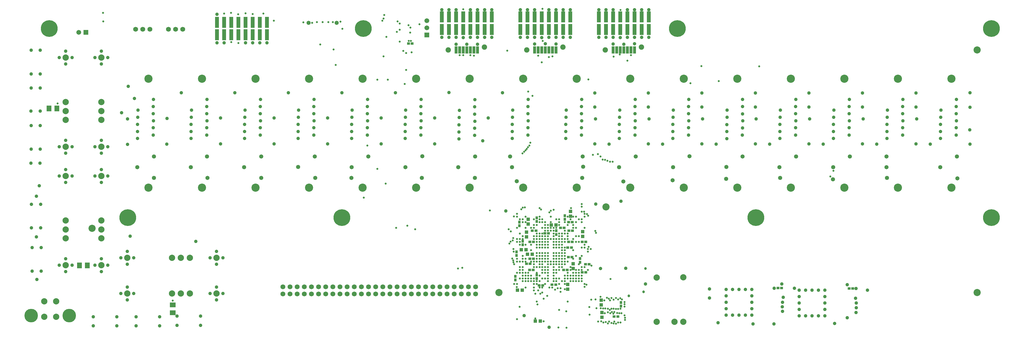
<source format=gbs>
%FSLAX24Y24*%
%MOIN*%
G70*
G01*
G75*
G04 Layer_Color=16711935*
G04 Layer_Color=16711935*
%ADD10O,0.0394X0.1083*%
%ADD11R,0.0394X0.1083*%
%ADD12R,0.0945X0.1024*%
%ADD13R,0.0630X0.0709*%
%ADD14R,0.0374X0.0335*%
%ADD15R,0.0374X0.0335*%
%ADD16C,0.0197*%
%ADD17R,0.0610X0.0197*%
%ADD18R,0.0610X0.0197*%
%ADD19R,0.0197X0.0610*%
%ADD20R,0.0394X0.0433*%
%ADD21R,0.1024X0.0945*%
%ADD22R,0.3000X0.2900*%
%ADD23R,0.1500X0.0500*%
%ADD24R,0.1102X0.1024*%
%ADD25R,0.0394X0.1496*%
%ADD26R,0.1496X0.0394*%
%ADD27R,0.1575X0.0335*%
%ADD28R,0.0551X0.0787*%
%ADD29R,0.0630X0.0512*%
%ADD30C,0.0130*%
%ADD31R,0.0709X0.0630*%
%ADD32R,0.0571X0.0197*%
%ADD33C,0.0400*%
%ADD34R,0.0276X0.0354*%
%ADD35C,0.0060*%
%ADD36C,0.0160*%
%ADD37C,0.0110*%
%ADD38C,0.0080*%
%ADD39C,0.0200*%
%ADD40C,0.0100*%
%ADD41C,0.0300*%
%ADD42C,0.0180*%
%ADD43C,0.0240*%
%ADD44C,0.0120*%
%ADD45C,0.0500*%
%ADD46C,0.0591*%
%ADD47R,0.0591X0.0591*%
%ADD48C,0.1750*%
%ADD49C,0.0669*%
%ADD50C,0.1063*%
%ADD51C,0.0800*%
%ADD52C,0.1300*%
%ADD53C,0.0600*%
%ADD54C,0.0200*%
%ADD55C,0.0300*%
%ADD56R,0.0354X0.0276*%
%ADD57R,0.0500X0.1449*%
%ADD58R,0.0433X0.0394*%
%ADD59R,0.0354X0.0945*%
%ADD60C,0.0098*%
%ADD61C,0.0039*%
%ADD62C,0.0079*%
%ADD63C,0.0040*%
%ADD64C,0.0070*%
%ADD65C,0.0150*%
%ADD66C,0.0600*%
%ADD67C,0.0090*%
%ADD68C,0.0025*%
%ADD69O,0.0474X0.1163*%
%ADD70R,0.0474X0.1163*%
%ADD71R,0.1025X0.1104*%
%ADD72R,0.0710X0.0789*%
%ADD73R,0.0454X0.0415*%
%ADD74R,0.0454X0.0415*%
%ADD75C,0.0277*%
%ADD76R,0.0690X0.0277*%
%ADD77R,0.0690X0.0277*%
%ADD78R,0.0277X0.0690*%
%ADD79R,0.0474X0.0513*%
%ADD80R,0.1104X0.1025*%
%ADD81R,0.3080X0.2980*%
%ADD82R,0.1580X0.0580*%
%ADD83R,0.1182X0.1104*%
%ADD84R,0.0474X0.1576*%
%ADD85R,0.1576X0.0474*%
%ADD86R,0.1655X0.0415*%
%ADD87R,0.0631X0.0867*%
%ADD88R,0.0710X0.0592*%
%ADD89C,0.0248*%
%ADD90R,0.0789X0.0710*%
%ADD91R,0.0651X0.0277*%
%ADD92C,0.1000*%
%ADD93R,0.0356X0.0434*%
%ADD94C,0.0580*%
%ADD95C,0.0671*%
%ADD96R,0.0671X0.0671*%
%ADD97C,0.2350*%
%ADD98C,0.0749*%
%ADD99C,0.1143*%
%ADD100C,0.0880*%
%ADD101C,0.1900*%
%ADD102C,0.0680*%
%ADD103C,0.0280*%
%ADD104C,0.0380*%
%ADD105C,0.0480*%
%ADD106R,0.0434X0.0356*%
%ADD107R,0.0580X0.1529*%
%ADD108R,0.0513X0.0474*%
%ADD109R,0.0434X0.1025*%
D72*
X29249Y40800D02*
D03*
X30351D02*
D03*
X24980Y62800D02*
D03*
X26082D02*
D03*
D79*
X102362Y35256D02*
D03*
Y35925D02*
D03*
X102441Y34193D02*
D03*
Y33524D02*
D03*
X97638Y37461D02*
D03*
Y38130D02*
D03*
X98425Y41043D02*
D03*
Y40374D02*
D03*
X92126Y46594D02*
D03*
Y47264D02*
D03*
X91890Y44783D02*
D03*
Y45453D02*
D03*
X99764Y44862D02*
D03*
Y45532D02*
D03*
X98032Y48366D02*
D03*
Y47697D02*
D03*
D90*
X42300Y35251D02*
D03*
Y34149D02*
D03*
D92*
X103000Y49000D02*
D03*
X88000Y37000D02*
D03*
X155000D02*
D03*
Y71000D02*
D03*
X31000Y46000D02*
D03*
D93*
X105118Y35610D02*
D03*
Y35098D02*
D03*
X90472Y42185D02*
D03*
Y42697D02*
D03*
X91339Y43681D02*
D03*
Y44193D02*
D03*
X90866Y46358D02*
D03*
Y46870D02*
D03*
X93307Y47461D02*
D03*
Y46949D02*
D03*
X90315Y39272D02*
D03*
Y38760D02*
D03*
X99370Y41752D02*
D03*
Y41240D02*
D03*
X93307Y39468D02*
D03*
Y38957D02*
D03*
X96063Y45137D02*
D03*
Y45649D02*
D03*
X97244Y47776D02*
D03*
Y47264D02*
D03*
D94*
X65269Y74800D02*
D03*
X61332D02*
D03*
X37362Y54567D02*
D03*
X39682Y53074D02*
D03*
X44843Y54567D02*
D03*
X39685Y56063D02*
D03*
X47168Y53074D02*
D03*
X52330Y54574D02*
D03*
X47126Y56063D02*
D03*
X54721Y53074D02*
D03*
X59882Y54606D02*
D03*
X54724Y56063D02*
D03*
X62283Y53071D02*
D03*
X67359Y53074D02*
D03*
X62205Y56063D02*
D03*
X67369Y54574D02*
D03*
X69724Y56063D02*
D03*
X77205Y53071D02*
D03*
X74921Y54567D02*
D03*
X82330Y54574D02*
D03*
X84649Y53074D02*
D03*
X89843Y54567D02*
D03*
X77283Y56102D02*
D03*
X84685Y56063D02*
D03*
X89567D02*
D03*
X90512Y52598D02*
D03*
X99803Y54626D02*
D03*
X105433Y52559D02*
D03*
X99688Y53074D02*
D03*
X99764Y56063D02*
D03*
X104843Y54567D02*
D03*
X112362Y52717D02*
D03*
X112409Y54574D02*
D03*
X107165Y56063D02*
D03*
X114724Y56102D02*
D03*
X119843Y52913D02*
D03*
X119882Y54606D02*
D03*
X122154Y56074D02*
D03*
X127405Y53074D02*
D03*
X127316Y54574D02*
D03*
X129646Y56063D02*
D03*
X134803Y52874D02*
D03*
X134843Y54567D02*
D03*
X137165Y56063D02*
D03*
X142365Y53074D02*
D03*
X142330Y54574D02*
D03*
X142323Y56063D02*
D03*
X152250Y53000D02*
D03*
X149843Y54567D02*
D03*
X152165Y56063D02*
D03*
D95*
X77900Y75100D02*
D03*
Y74100D02*
D03*
X29157Y73464D02*
D03*
D96*
X77900Y73100D02*
D03*
X30157Y73464D02*
D03*
D97*
X25000Y74000D02*
D03*
X69000D02*
D03*
X113000D02*
D03*
X157000D02*
D03*
X36000Y47500D02*
D03*
X66000D02*
D03*
X124000D02*
D03*
X157000D02*
D03*
D98*
X96968Y71394D02*
D03*
X91917Y71000D02*
D03*
X107969Y71394D02*
D03*
X102917Y71000D02*
D03*
X80917D02*
D03*
X85969Y71394D02*
D03*
D99*
X143900Y51700D02*
D03*
Y66948D02*
D03*
X136400Y51700D02*
D03*
Y66948D02*
D03*
X128900Y51700D02*
D03*
Y66948D02*
D03*
X151400Y51700D02*
D03*
Y66948D02*
D03*
X106400Y51700D02*
D03*
Y66948D02*
D03*
X98900Y51700D02*
D03*
Y66948D02*
D03*
X121400Y51700D02*
D03*
Y66948D02*
D03*
X113900Y51700D02*
D03*
Y66948D02*
D03*
X76400Y51700D02*
D03*
Y66948D02*
D03*
X68900Y51700D02*
D03*
Y66948D02*
D03*
X91400Y51700D02*
D03*
Y66948D02*
D03*
X83900Y51700D02*
D03*
Y66948D02*
D03*
X46400Y51700D02*
D03*
Y66948D02*
D03*
X38900Y51700D02*
D03*
Y66948D02*
D03*
X61400Y51700D02*
D03*
Y66948D02*
D03*
X53900Y51700D02*
D03*
Y66948D02*
D03*
D100*
X110108Y32884D02*
D03*
X112608D02*
D03*
X113858D02*
D03*
Y39134D02*
D03*
X110108Y39084D02*
D03*
X24331Y35748D02*
D03*
X25981D02*
D03*
X24331Y33578D02*
D03*
X25981D02*
D03*
X44705Y36850D02*
D03*
X43455D02*
D03*
X42205D02*
D03*
X35955D02*
D03*
Y41850D02*
D03*
X42205D02*
D03*
X43455D02*
D03*
X44705D02*
D03*
X48455D02*
D03*
Y36850D02*
D03*
X27323Y40837D02*
D03*
X32323D02*
D03*
Y44587D02*
D03*
Y45837D02*
D03*
Y47087D02*
D03*
Y53337D02*
D03*
X27323D02*
D03*
Y47087D02*
D03*
Y45837D02*
D03*
Y44587D02*
D03*
Y61181D02*
D03*
Y62431D02*
D03*
Y63681D02*
D03*
Y69931D02*
D03*
X32323D02*
D03*
Y63681D02*
D03*
Y62431D02*
D03*
Y61181D02*
D03*
Y57431D02*
D03*
X27323D02*
D03*
D101*
X27831Y33758D02*
D03*
X22481D02*
D03*
D102*
X84750Y37800D02*
D03*
Y36800D02*
D03*
X83750Y37800D02*
D03*
X82750D02*
D03*
X81750D02*
D03*
X80750D02*
D03*
X79750D02*
D03*
X78750D02*
D03*
X77750D02*
D03*
X76750D02*
D03*
X75750D02*
D03*
X74750D02*
D03*
X73750D02*
D03*
X72750D02*
D03*
X71750D02*
D03*
X70750D02*
D03*
X69750D02*
D03*
X68750D02*
D03*
X67750D02*
D03*
X66750D02*
D03*
X65750D02*
D03*
X64750D02*
D03*
X63750D02*
D03*
X62750D02*
D03*
X61750D02*
D03*
X60750D02*
D03*
X59750D02*
D03*
X58750D02*
D03*
X57750D02*
D03*
X83750Y36800D02*
D03*
X82750D02*
D03*
X81750D02*
D03*
X80750D02*
D03*
X79750D02*
D03*
X78750D02*
D03*
X77750D02*
D03*
X76750D02*
D03*
X75750D02*
D03*
X74750D02*
D03*
X73750D02*
D03*
X72750D02*
D03*
X71750D02*
D03*
X70750D02*
D03*
X69750D02*
D03*
X68750D02*
D03*
X67750D02*
D03*
X66750D02*
D03*
X65750D02*
D03*
X64750D02*
D03*
X63750D02*
D03*
X62750D02*
D03*
X61750D02*
D03*
X60750D02*
D03*
X59750D02*
D03*
X58750D02*
D03*
X57750D02*
D03*
X43700Y73900D02*
D03*
X42700D02*
D03*
X41700D02*
D03*
X37100D02*
D03*
X38100D02*
D03*
X39100D02*
D03*
D103*
X32579Y75000D02*
D03*
X32560Y76200D02*
D03*
X66089Y73963D02*
D03*
X76870Y74606D02*
D03*
X95669Y45669D02*
D03*
X71850Y70079D02*
D03*
X75343Y74457D02*
D03*
X74606Y70866D02*
D03*
X75000Y70571D02*
D03*
X75619Y74143D02*
D03*
X75591Y73425D02*
D03*
X75787Y70669D02*
D03*
X72441Y66831D02*
D03*
X75000Y68209D02*
D03*
X72244Y72835D02*
D03*
X75394Y72244D02*
D03*
X75689D02*
D03*
X74114Y72146D02*
D03*
X73720Y73524D02*
D03*
X74125Y73828D02*
D03*
X62992Y71752D02*
D03*
X64862Y71063D02*
D03*
X51476Y75984D02*
D03*
X74128Y74691D02*
D03*
X50492Y76181D02*
D03*
X49508Y76083D02*
D03*
X73813Y75006D02*
D03*
X52500Y76122D02*
D03*
X53500Y76039D02*
D03*
X71950Y75885D02*
D03*
X55020Y76083D02*
D03*
X71842Y75402D02*
D03*
X56496Y75098D02*
D03*
X71665Y75087D02*
D03*
X72146Y52264D02*
D03*
X94882Y40157D02*
D03*
X94488D02*
D03*
Y39764D02*
D03*
X94094D02*
D03*
X65800Y74950D02*
D03*
X64750Y74900D02*
D03*
X64100D02*
D03*
X63300D02*
D03*
X62500D02*
D03*
X61850Y74800D02*
D03*
X60600Y74850D02*
D03*
X100492Y40157D02*
D03*
X100699Y33888D02*
D03*
X103642Y38878D02*
D03*
X94291Y32972D02*
D03*
X93110Y33366D02*
D03*
X100984Y40748D02*
D03*
X97244Y37461D02*
D03*
X97244Y38189D02*
D03*
X99606Y40157D02*
D03*
X100000Y40551D02*
D03*
X96850D02*
D03*
X96457D02*
D03*
X98032Y39370D02*
D03*
X98425D02*
D03*
X98819D02*
D03*
X98032Y40157D02*
D03*
X99606Y40551D02*
D03*
X96358Y32087D02*
D03*
X97480Y32047D02*
D03*
X96457Y34547D02*
D03*
X97441Y34350D02*
D03*
X98032Y38583D02*
D03*
X97638Y35728D02*
D03*
X96654Y37598D02*
D03*
X96260Y37598D02*
D03*
X95866Y37402D02*
D03*
X94783Y36516D02*
D03*
X93307Y35728D02*
D03*
X93406Y35335D02*
D03*
X94291Y36122D02*
D03*
X93701Y39370D02*
D03*
X82874Y40453D02*
D03*
X92520Y39370D02*
D03*
X92126D02*
D03*
X91732D02*
D03*
X91339D02*
D03*
X93110Y36811D02*
D03*
X93504Y37303D02*
D03*
X92913Y38976D02*
D03*
X92520Y38583D02*
D03*
Y38976D02*
D03*
X92126D02*
D03*
Y38583D02*
D03*
X91732D02*
D03*
X91339D02*
D03*
X91732Y38976D02*
D03*
X91339D02*
D03*
X90945D02*
D03*
X91339Y39764D02*
D03*
X90945D02*
D03*
X91339Y40157D02*
D03*
X90945D02*
D03*
X91339Y40551D02*
D03*
X90945D02*
D03*
X91732Y46850D02*
D03*
X98130Y48819D02*
D03*
X100492Y42717D02*
D03*
X96063Y47244D02*
D03*
X91732Y37697D02*
D03*
X98425Y46457D02*
D03*
X95276Y44488D02*
D03*
X100492Y43110D02*
D03*
X95669Y45276D02*
D03*
X94094Y37697D02*
D03*
X90059Y43110D02*
D03*
X90551Y44094D02*
D03*
X89491Y43875D02*
D03*
X90945Y43701D02*
D03*
X89635Y44125D02*
D03*
X90945Y44094D02*
D03*
X97244Y45669D02*
D03*
X91732Y41339D02*
D03*
X91339Y44488D02*
D03*
X92913Y47244D02*
D03*
X96457Y40945D02*
D03*
X96850D02*
D03*
X92520Y42913D02*
D03*
Y43701D02*
D03*
X98425Y44488D02*
D03*
Y42913D02*
D03*
Y41732D02*
D03*
X98032Y40551D02*
D03*
X92520Y41339D02*
D03*
X93307Y44094D02*
D03*
X93701D02*
D03*
Y44488D02*
D03*
X95276Y41339D02*
D03*
X96457Y42126D02*
D03*
Y42520D02*
D03*
X96063D02*
D03*
Y43307D02*
D03*
X96457D02*
D03*
X96850Y43701D02*
D03*
X96457D02*
D03*
Y44488D02*
D03*
X96063Y44094D02*
D03*
Y44488D02*
D03*
X95669D02*
D03*
Y44094D02*
D03*
Y43701D02*
D03*
X93701Y43307D02*
D03*
X94094D02*
D03*
X94882Y44882D02*
D03*
Y44488D02*
D03*
X94488D02*
D03*
X94094D02*
D03*
X94488Y44094D02*
D03*
X94882D02*
D03*
Y43701D02*
D03*
X93701D02*
D03*
X94094D02*
D03*
X94488Y43307D02*
D03*
X94882Y41339D02*
D03*
X94488D02*
D03*
X94094D02*
D03*
X93701D02*
D03*
Y42126D02*
D03*
X94094D02*
D03*
X93701Y42520D02*
D03*
X94094D02*
D03*
X94488D02*
D03*
X94882Y41732D02*
D03*
X94488D02*
D03*
X95669D02*
D03*
Y42126D02*
D03*
X94882D02*
D03*
Y42520D02*
D03*
Y43307D02*
D03*
X95669D02*
D03*
Y42520D02*
D03*
X69587Y57579D02*
D03*
X65157Y68898D02*
D03*
X69094Y50295D02*
D03*
X82283Y40354D02*
D03*
X70965Y54331D02*
D03*
X94882Y40551D02*
D03*
Y40945D02*
D03*
X94488Y40551D02*
D03*
X99213Y44094D02*
D03*
X74803Y66240D02*
D03*
X76280Y45866D02*
D03*
X73622Y46063D02*
D03*
X75197Y46358D02*
D03*
X94094Y46063D02*
D03*
Y46850D02*
D03*
X94488D02*
D03*
Y46457D02*
D03*
X92520Y46063D02*
D03*
X95669Y44882D02*
D03*
X96457Y46457D02*
D03*
X94488Y45669D02*
D03*
X95276Y46063D02*
D03*
X90551Y39764D02*
D03*
X95276Y45669D02*
D03*
X91634Y48917D02*
D03*
X94882Y45669D02*
D03*
X94488Y46063D02*
D03*
X90059Y41240D02*
D03*
X90551Y41339D02*
D03*
X90157Y40945D02*
D03*
X90945Y41339D02*
D03*
X91339D02*
D03*
X93307Y39764D02*
D03*
X93701Y38583D02*
D03*
X92126Y39764D02*
D03*
X100000Y37795D02*
D03*
X95079Y37697D02*
D03*
X95472Y37697D02*
D03*
X96063Y38583D02*
D03*
X94488Y38189D02*
D03*
X118799Y66634D02*
D03*
X96457Y38189D02*
D03*
X114862Y66339D02*
D03*
X94882Y46063D02*
D03*
X96063D02*
D03*
X97244Y46850D02*
D03*
X97638Y47638D02*
D03*
X98819D02*
D03*
X97638Y46457D02*
D03*
X100000Y46063D02*
D03*
X98819D02*
D03*
X99606Y42126D02*
D03*
X100000Y43701D02*
D03*
X98819Y44094D02*
D03*
Y42126D02*
D03*
X93701Y40551D02*
D03*
X94094D02*
D03*
X93307Y38189D02*
D03*
X91732Y39764D02*
D03*
X93307Y40551D02*
D03*
X92913Y40945D02*
D03*
Y40551D02*
D03*
X93307Y43701D02*
D03*
Y43307D02*
D03*
Y42520D02*
D03*
Y42126D02*
D03*
Y41732D02*
D03*
Y41339D02*
D03*
X92913D02*
D03*
X94094Y40945D02*
D03*
X93701D02*
D03*
Y41732D02*
D03*
X94094D02*
D03*
Y44094D02*
D03*
X94488Y43701D02*
D03*
Y42126D02*
D03*
X96063D02*
D03*
Y43701D02*
D03*
X96457Y44094D02*
D03*
Y44882D02*
D03*
X96850D02*
D03*
Y44488D02*
D03*
X97244D02*
D03*
X97638Y44882D02*
D03*
Y44488D02*
D03*
X97244Y44094D02*
D03*
X96850D02*
D03*
X97244Y43307D02*
D03*
X96850D02*
D03*
X97244Y42913D02*
D03*
X96850D02*
D03*
X97244Y42520D02*
D03*
X96850D02*
D03*
Y42126D02*
D03*
X97244D02*
D03*
X96063Y41732D02*
D03*
Y41339D02*
D03*
X96457D02*
D03*
Y41732D02*
D03*
X96850D02*
D03*
X97244D02*
D03*
X97638Y41339D02*
D03*
X96850D02*
D03*
X93307Y44488D02*
D03*
X94488Y44882D02*
D03*
X94094D02*
D03*
X93701D02*
D03*
X92913Y44488D02*
D03*
Y44882D02*
D03*
X93307Y45276D02*
D03*
X93701D02*
D03*
X94094D02*
D03*
X96457D02*
D03*
X96850D02*
D03*
X97244D02*
D03*
X97638D02*
D03*
X92913Y46457D02*
D03*
X94882D02*
D03*
X95276Y46850D02*
D03*
X95669Y46063D02*
D03*
X94094Y47244D02*
D03*
X99606Y49409D02*
D03*
X98032Y47244D02*
D03*
X99606Y49016D02*
D03*
X98425Y47638D02*
D03*
X99952Y48327D02*
D03*
X99606D02*
D03*
Y47244D02*
D03*
Y46850D02*
D03*
X93898Y48622D02*
D03*
X93701Y47638D02*
D03*
Y48819D02*
D03*
Y47244D02*
D03*
Y46850D02*
D03*
X95079Y48228D02*
D03*
X95276Y47638D02*
D03*
X96457Y46850D02*
D03*
Y47244D02*
D03*
X101181Y56299D02*
D03*
X91732Y47638D02*
D03*
X90551Y46063D02*
D03*
X91732D02*
D03*
Y43701D02*
D03*
Y41732D02*
D03*
X90551D02*
D03*
X92126Y65157D02*
D03*
X94882Y39764D02*
D03*
X94094Y40157D02*
D03*
X94882Y39370D02*
D03*
X94882Y38976D02*
D03*
X94488D02*
D03*
X94094D02*
D03*
X90079Y42717D02*
D03*
X91339Y41732D02*
D03*
X91339Y42126D02*
D03*
X99606Y38583D02*
D03*
X100000Y38189D02*
D03*
X90512Y37756D02*
D03*
X90551Y38189D02*
D03*
X90157D02*
D03*
X116378Y68740D02*
D03*
X124488Y68701D02*
D03*
X91299Y56496D02*
D03*
X91535Y56732D02*
D03*
X91732Y56929D02*
D03*
X91929Y57126D02*
D03*
X101890Y56378D02*
D03*
X92087Y57362D02*
D03*
X92283Y57598D02*
D03*
X92402Y57992D02*
D03*
X92709Y64574D02*
D03*
X102244Y56063D02*
D03*
X102559Y55630D02*
D03*
X102874Y55591D02*
D03*
X103228Y55472D02*
D03*
X103583Y55315D02*
D03*
X90551Y44488D02*
D03*
X90945D02*
D03*
X89961Y44291D02*
D03*
X91339Y44882D02*
D03*
X90945Y45276D02*
D03*
X90551Y48032D02*
D03*
Y47638D02*
D03*
X90118Y47677D02*
D03*
X90945Y47244D02*
D03*
X91339Y47244D02*
D03*
Y48898D02*
D03*
Y46850D02*
D03*
X91142Y48661D02*
D03*
X90000Y44625D02*
D03*
X89370Y45866D02*
D03*
X89665Y45571D02*
D03*
X89875Y41750D02*
D03*
X90000Y41500D02*
D03*
X134449Y53248D02*
D03*
X134881Y54074D02*
D03*
X99213Y44882D02*
D03*
X98819D02*
D03*
X100000Y48032D02*
D03*
Y47638D02*
D03*
X101625Y45375D02*
D03*
X101500Y45625D02*
D03*
X100000Y43307D02*
D03*
X99606D02*
D03*
X100886Y43110D02*
D03*
X100591Y43406D02*
D03*
X99213Y40945D02*
D03*
X98425Y39764D02*
D03*
Y46063D02*
D03*
X99213Y47244D02*
D03*
X100506Y47750D02*
D03*
X100362Y48000D02*
D03*
X98819Y46850D02*
D03*
X95669Y48581D02*
D03*
X95276Y48474D02*
D03*
X95669Y39764D02*
D03*
X96063D02*
D03*
X97638D02*
D03*
X96063Y40945D02*
D03*
X95669Y41339D02*
D03*
Y40551D02*
D03*
X95276Y40945D02*
D03*
X95669D02*
D03*
X97244Y41339D02*
D03*
X96850Y38583D02*
D03*
X95669D02*
D03*
X96457Y38976D02*
D03*
X96063D02*
D03*
X95669D02*
D03*
Y39370D02*
D03*
X96457Y40157D02*
D03*
X96063D02*
D03*
X95669D02*
D03*
X94882Y38583D02*
D03*
X103937Y55315D02*
D03*
X102834Y34094D02*
D03*
X100669Y34961D02*
D03*
X100945Y35984D02*
D03*
X101535Y36024D02*
D03*
X102795Y35906D02*
D03*
X100276Y38110D02*
D03*
X105630Y35039D02*
D03*
X105039Y34725D02*
D03*
X105630Y35354D02*
D03*
X105630Y35669D02*
D03*
X103268Y34213D02*
D03*
X102992Y32874D02*
D03*
X103268Y32677D02*
D03*
X103464Y32914D02*
D03*
X103622Y34094D02*
D03*
X103858Y34252D02*
D03*
X105039Y32795D02*
D03*
X104567Y34134D02*
D03*
X104055Y34016D02*
D03*
X104173Y34264D02*
D03*
X105197Y34094D02*
D03*
X104882D02*
D03*
X105630Y33779D02*
D03*
X105669Y33465D02*
D03*
X105669Y33150D02*
D03*
X104724Y32795D02*
D03*
X102638Y32795D02*
D03*
X103779Y32717D02*
D03*
X104094Y32665D02*
D03*
X104409Y32638D02*
D03*
X104173Y32913D02*
D03*
X105236Y36024D02*
D03*
X104724Y34685D02*
D03*
Y36023D02*
D03*
X105000Y36181D02*
D03*
X104409Y34685D02*
D03*
X104094Y34724D02*
D03*
X104094Y35984D02*
D03*
X104409Y36220D02*
D03*
X103779Y36220D02*
D03*
Y34725D02*
D03*
X103543Y34567D02*
D03*
X103149Y36260D02*
D03*
X103425Y36142D02*
D03*
X103583Y35906D02*
D03*
X97244Y38583D02*
D03*
Y38976D02*
D03*
X97638D02*
D03*
X98032D02*
D03*
X98425D02*
D03*
Y38583D02*
D03*
X101693Y34803D02*
D03*
X102283D02*
D03*
X98819Y38583D02*
D03*
X98819Y38976D02*
D03*
X99213Y38583D02*
D03*
Y38976D02*
D03*
X99606D02*
D03*
X99213Y39370D02*
D03*
X99606D02*
D03*
X99213Y39764D02*
D03*
Y40157D02*
D03*
X97638Y39370D02*
D03*
X98819Y40157D02*
D03*
Y39764D02*
D03*
X101929Y32913D02*
D03*
X102598Y34764D02*
D03*
X102913D02*
D03*
X103268Y34724D02*
D03*
X93307Y44882D02*
D03*
X92913Y46063D02*
D03*
X93307Y46457D02*
D03*
X86732Y48504D02*
D03*
X97244Y40945D02*
D03*
X102250Y36400D02*
D03*
X51500Y71950D02*
D03*
X50500Y72100D02*
D03*
X82500Y70250D02*
D03*
X83000D02*
D03*
X84000D02*
D03*
X84500Y70200D02*
D03*
X83000Y76700D02*
D03*
X94000Y69250D02*
D03*
X93500Y70200D02*
D03*
X95000Y70000D02*
D03*
X95500Y70100D02*
D03*
X94100Y76750D02*
D03*
X106000Y69500D02*
D03*
X106500Y70250D02*
D03*
X104065Y70065D02*
D03*
X104959Y70359D02*
D03*
X105050Y76600D02*
D03*
X94150Y72250D02*
D03*
X89173Y70900D02*
D03*
X70965Y66835D02*
D03*
X100550Y66850D02*
D03*
X102362Y32972D02*
D03*
X96654Y37106D02*
D03*
X97244Y39370D02*
D03*
X93701Y37697D02*
D03*
X92913Y37303D02*
D03*
Y38583D02*
D03*
Y38189D02*
D03*
Y37697D02*
D03*
X93307Y38583D02*
D03*
X93799Y36811D02*
D03*
X94094Y37008D02*
D03*
X90900Y34994D02*
D03*
X90551Y33268D02*
D03*
X26181Y63484D02*
D03*
X42300Y35850D02*
D03*
D104*
X108563Y40354D02*
D03*
X106201Y36516D02*
D03*
X108268Y37106D02*
D03*
D105*
X108563Y38189D02*
D03*
X127657Y38189D02*
D03*
X126575Y37598D02*
D03*
X138051Y37559D02*
D03*
X136811Y38091D02*
D03*
X123447Y37420D02*
D03*
Y36520D02*
D03*
Y35620D02*
D03*
Y34720D02*
D03*
X122547Y37420D02*
D03*
X121647D02*
D03*
X120747D02*
D03*
X119847D02*
D03*
Y36520D02*
D03*
Y35620D02*
D03*
Y34720D02*
D03*
X123447Y33820D02*
D03*
X122547D02*
D03*
X121647D02*
D03*
X120747D02*
D03*
X119847D02*
D03*
X139646Y37323D02*
D03*
X118701Y32776D02*
D03*
X117520Y36220D02*
D03*
Y37500D02*
D03*
X127756Y35630D02*
D03*
X123622Y32579D02*
D03*
X129429Y37598D02*
D03*
X138082Y35523D02*
D03*
X135039Y32677D02*
D03*
X138080Y34853D02*
D03*
X138061Y34183D02*
D03*
X136811Y33465D02*
D03*
X137965Y36193D02*
D03*
X127698Y34999D02*
D03*
X127756Y34350D02*
D03*
X126555Y32598D02*
D03*
X91535Y33760D02*
D03*
X95039Y32126D02*
D03*
X45551Y44173D02*
D03*
X47559Y36850D02*
D03*
X48455Y37746D02*
D03*
Y35955D02*
D03*
X49350Y36850D02*
D03*
X47559Y41850D02*
D03*
X48455Y42746D02*
D03*
Y40955D02*
D03*
X49350Y41850D02*
D03*
X35059Y36850D02*
D03*
X35955Y37746D02*
D03*
Y35955D02*
D03*
X36850Y36850D02*
D03*
X35059Y41850D02*
D03*
X35955Y42746D02*
D03*
Y40955D02*
D03*
X36850Y41850D02*
D03*
X26427Y40837D02*
D03*
X27323Y41732D02*
D03*
Y39941D02*
D03*
X28219Y40837D02*
D03*
X31427D02*
D03*
X32323Y41732D02*
D03*
Y39941D02*
D03*
X33219Y40837D02*
D03*
X31427Y53337D02*
D03*
X32323Y54232D02*
D03*
Y52441D02*
D03*
X33219Y53337D02*
D03*
X26427D02*
D03*
X27323Y54232D02*
D03*
Y52441D02*
D03*
X28219Y53337D02*
D03*
X31427Y69931D02*
D03*
X32323Y70827D02*
D03*
Y69035D02*
D03*
X33219Y69931D02*
D03*
X31427Y57431D02*
D03*
X32323Y58327D02*
D03*
Y56535D02*
D03*
X33219Y57431D02*
D03*
X26427D02*
D03*
X27323Y58327D02*
D03*
Y56535D02*
D03*
X28219Y57431D02*
D03*
Y69931D02*
D03*
X27323Y69035D02*
D03*
Y70827D02*
D03*
X26427Y69931D02*
D03*
X36083Y65905D02*
D03*
X36350Y44900D02*
D03*
X46220Y33681D02*
D03*
Y32402D02*
D03*
X42913Y33681D02*
D03*
Y32402D02*
D03*
X40472Y33602D02*
D03*
Y32323D02*
D03*
X37165Y33602D02*
D03*
Y32323D02*
D03*
X34488Y33602D02*
D03*
Y32323D02*
D03*
X31181Y33602D02*
D03*
Y32323D02*
D03*
X23878Y40000D02*
D03*
X22598D02*
D03*
X23878Y43307D02*
D03*
X22598D02*
D03*
X23799Y46063D02*
D03*
X22520D02*
D03*
X23799Y49370D02*
D03*
X22520D02*
D03*
X23760Y70945D02*
D03*
X22480D02*
D03*
X23760Y67638D02*
D03*
X22480D02*
D03*
X23760Y65669D02*
D03*
X22480D02*
D03*
X23740Y62421D02*
D03*
X22461D02*
D03*
X23760Y60394D02*
D03*
X22480D02*
D03*
X23760Y57087D02*
D03*
X22480D02*
D03*
X22441Y55118D02*
D03*
X23720D02*
D03*
X23622Y51968D02*
D03*
X23228Y50492D02*
D03*
X23268Y38839D02*
D03*
X23228Y44783D02*
D03*
X89882Y59567D02*
D03*
X82419Y59508D02*
D03*
X92067Y59074D02*
D03*
X84604Y59016D02*
D03*
X74882Y59567D02*
D03*
X67382D02*
D03*
X77067Y59074D02*
D03*
X69567D02*
D03*
X89882Y58583D02*
D03*
X82419Y58524D02*
D03*
X85748Y58268D02*
D03*
X79000Y57819D02*
D03*
X74882Y58583D02*
D03*
X67382D02*
D03*
X71500Y57819D02*
D03*
X64000D02*
D03*
X59882Y59567D02*
D03*
X62067Y59074D02*
D03*
X54567D02*
D03*
X52382Y59567D02*
D03*
X44882D02*
D03*
X37382D02*
D03*
X47067Y59074D02*
D03*
X39567D02*
D03*
X59882Y58583D02*
D03*
X52382D02*
D03*
X56500Y57819D02*
D03*
X49000D02*
D03*
X44882Y58583D02*
D03*
X41496Y57795D02*
D03*
X37382Y58583D02*
D03*
X35984Y57756D02*
D03*
X88976Y48425D02*
D03*
X101575Y49409D02*
D03*
X105118Y49803D02*
D03*
X102264Y40354D02*
D03*
X105768Y40394D02*
D03*
X39586Y60079D02*
D03*
X47086D02*
D03*
X54586D02*
D03*
X62086D02*
D03*
X69586D02*
D03*
X77086D02*
D03*
X84623Y60020D02*
D03*
X92086Y60079D02*
D03*
X37382Y60551D02*
D03*
X35984Y61339D02*
D03*
X39626Y61063D02*
D03*
X44882Y60551D02*
D03*
X41500Y61382D02*
D03*
X130083Y33722D02*
D03*
X130983D02*
D03*
X131883D02*
D03*
X132783D02*
D03*
X133683D02*
D03*
X39590Y63074D02*
D03*
X47090D02*
D03*
X39607Y64074D02*
D03*
X52382Y60551D02*
D03*
X47126Y61063D02*
D03*
X59882Y60551D02*
D03*
X67382D02*
D03*
X49016Y61457D02*
D03*
X54626Y61063D02*
D03*
X47107Y64074D02*
D03*
X54590Y63074D02*
D03*
X56516Y61457D02*
D03*
X62126Y61063D02*
D03*
X64016Y61457D02*
D03*
X62090Y63074D02*
D03*
X130083Y34622D02*
D03*
Y35522D02*
D03*
Y36422D02*
D03*
Y37322D02*
D03*
X130983D02*
D03*
X131883D02*
D03*
X132783D02*
D03*
X133683Y34622D02*
D03*
X36940Y64184D02*
D03*
X43504Y65000D02*
D03*
X51004D02*
D03*
X54607Y64074D02*
D03*
X62107D02*
D03*
X133683Y35522D02*
D03*
Y36422D02*
D03*
Y37322D02*
D03*
X58504Y65000D02*
D03*
X66004D02*
D03*
X74882Y60551D02*
D03*
X69626Y61063D02*
D03*
X71516Y61457D02*
D03*
X82419Y60493D02*
D03*
X77126Y61063D02*
D03*
X69590Y63074D02*
D03*
X69607Y64074D02*
D03*
X79016Y61457D02*
D03*
X77090Y63074D02*
D03*
X77107Y64074D02*
D03*
X89882Y60551D02*
D03*
X84663Y61004D02*
D03*
X97382Y60551D02*
D03*
X92126Y61063D02*
D03*
X86516Y61457D02*
D03*
X84627Y63016D02*
D03*
X84644Y64016D02*
D03*
X92090Y63074D02*
D03*
X92107Y64074D02*
D03*
X73504Y65000D02*
D03*
X81023Y65039D02*
D03*
X82022Y71783D02*
D03*
X83518D02*
D03*
X88504Y65000D02*
D03*
X85014Y71783D02*
D03*
X93008Y71823D02*
D03*
X96008Y71839D02*
D03*
X94500Y71866D02*
D03*
X99586Y60079D02*
D03*
X104882Y60551D02*
D03*
X99626Y61063D02*
D03*
X107086Y60079D02*
D03*
X112382Y60551D02*
D03*
X114586Y60079D02*
D03*
X122143Y60060D02*
D03*
X119938Y60532D02*
D03*
X99590Y63074D02*
D03*
X101535Y61338D02*
D03*
X99607Y64074D02*
D03*
X101456Y64960D02*
D03*
X107090Y63074D02*
D03*
X104000Y71824D02*
D03*
X105500Y71789D02*
D03*
X107000Y71853D02*
D03*
X107126Y61063D02*
D03*
X109035Y61338D02*
D03*
X114590Y63074D02*
D03*
X114626Y61063D02*
D03*
X122182Y61044D02*
D03*
X116535Y61338D02*
D03*
X122146Y63055D02*
D03*
X107107Y64074D02*
D03*
X114607D02*
D03*
X108956Y64960D02*
D03*
X122163Y64055D02*
D03*
X116456Y64960D02*
D03*
X123956D02*
D03*
X129586Y60079D02*
D03*
X127382Y60551D02*
D03*
X134882D02*
D03*
X137086Y60079D02*
D03*
X144586D02*
D03*
X142382Y60551D02*
D03*
X153976Y59803D02*
D03*
X149882Y60551D02*
D03*
X152086Y60079D02*
D03*
X129626Y61063D02*
D03*
X124035Y61338D02*
D03*
X129590Y63074D02*
D03*
X131535Y61338D02*
D03*
X137126Y61063D02*
D03*
X129607Y64074D02*
D03*
X137090Y63074D02*
D03*
X131456Y64960D02*
D03*
X137107Y64074D02*
D03*
X144626Y61063D02*
D03*
X139035Y61338D02*
D03*
X144590Y63074D02*
D03*
X146535Y61338D02*
D03*
X152126Y61063D02*
D03*
X144607Y64074D02*
D03*
X138956Y64960D02*
D03*
X146456D02*
D03*
X152090Y63074D02*
D03*
X152107Y64074D02*
D03*
X154000Y64984D02*
D03*
X37436Y62574D02*
D03*
X39586Y62047D02*
D03*
X37421Y61575D02*
D03*
X44936Y62574D02*
D03*
X47086Y62047D02*
D03*
X44921Y61575D02*
D03*
X52436Y62574D02*
D03*
X54586Y62047D02*
D03*
X52421Y61575D02*
D03*
X59936Y62574D02*
D03*
X62086Y62047D02*
D03*
X59921Y61575D02*
D03*
X67436Y62574D02*
D03*
X69586Y62047D02*
D03*
X67421Y61575D02*
D03*
X74936Y62574D02*
D03*
X77086Y62047D02*
D03*
X74921Y61575D02*
D03*
X82473Y62516D02*
D03*
X84623Y61989D02*
D03*
X82458Y61516D02*
D03*
X89936Y62574D02*
D03*
X92086Y62047D02*
D03*
X89921Y61575D02*
D03*
X97436Y62574D02*
D03*
X99586Y62047D02*
D03*
X97421Y61575D02*
D03*
X97382Y59567D02*
D03*
X99567Y59074D02*
D03*
X97382Y58583D02*
D03*
X149936Y62574D02*
D03*
X152086Y62047D02*
D03*
X149921Y61575D02*
D03*
X149882Y59567D02*
D03*
X152067Y59074D02*
D03*
X149882Y58583D02*
D03*
X142436Y62574D02*
D03*
X144586Y62047D02*
D03*
X142421Y61575D02*
D03*
X142382Y59567D02*
D03*
X144567Y59074D02*
D03*
X142382Y58583D02*
D03*
X134936Y62574D02*
D03*
X137086Y62047D02*
D03*
X134921Y61575D02*
D03*
X134882Y59567D02*
D03*
X137067Y59074D02*
D03*
X134882Y58583D02*
D03*
X127436Y62574D02*
D03*
X129586Y62047D02*
D03*
X127421Y61575D02*
D03*
X127382Y59567D02*
D03*
X129567Y59074D02*
D03*
X127382Y58583D02*
D03*
X119993Y62555D02*
D03*
X122143Y62028D02*
D03*
X119978Y61556D02*
D03*
X119938Y59548D02*
D03*
X122124Y59055D02*
D03*
X119938Y58564D02*
D03*
X112436Y62574D02*
D03*
X114586Y62047D02*
D03*
X112421Y61575D02*
D03*
X112382Y59567D02*
D03*
X114567Y59074D02*
D03*
X112382Y58583D02*
D03*
X104882D02*
D03*
X107067Y59074D02*
D03*
X104882Y59567D02*
D03*
X104921Y61575D02*
D03*
X107086Y62047D02*
D03*
X104936Y62574D02*
D03*
X101456Y62992D02*
D03*
Y57835D02*
D03*
X103464Y57795D02*
D03*
X110964D02*
D03*
X108956Y57835D02*
D03*
Y62992D02*
D03*
X118464Y57795D02*
D03*
X116456Y57835D02*
D03*
Y62992D02*
D03*
X125964Y57795D02*
D03*
X123956Y57835D02*
D03*
Y62992D02*
D03*
X133464Y57795D02*
D03*
X131456Y57835D02*
D03*
Y62992D02*
D03*
X140964Y57795D02*
D03*
X138956Y57835D02*
D03*
Y62992D02*
D03*
X148464Y57795D02*
D03*
X146456Y57835D02*
D03*
Y62992D02*
D03*
X154000Y62977D02*
D03*
X154015Y57795D02*
D03*
X35157Y62205D02*
D03*
X127854Y36319D02*
D03*
X55500Y72000D02*
D03*
X54500D02*
D03*
X53500D02*
D03*
X52500D02*
D03*
X49500D02*
D03*
X48500D02*
D03*
Y76000D02*
D03*
X87000Y72750D02*
D03*
X86000D02*
D03*
X85000D02*
D03*
X84000D02*
D03*
X83000Y72724D02*
D03*
X82000Y72750D02*
D03*
X81000D02*
D03*
X80000D02*
D03*
X87000Y76626D02*
D03*
X86000D02*
D03*
X85000D02*
D03*
X84000D02*
D03*
X82000D02*
D03*
X81000D02*
D03*
X80000D02*
D03*
X91000D02*
D03*
X92000D02*
D03*
X93000D02*
D03*
X95000D02*
D03*
X96000D02*
D03*
X97000D02*
D03*
X98000D02*
D03*
X91000Y72750D02*
D03*
X92000D02*
D03*
X93000D02*
D03*
X94000Y72724D02*
D03*
X95000Y72750D02*
D03*
X96000D02*
D03*
X97000D02*
D03*
X98000D02*
D03*
X102000Y76626D02*
D03*
X103000D02*
D03*
X104000D02*
D03*
X106000D02*
D03*
X107000D02*
D03*
X108000D02*
D03*
X109000D02*
D03*
X102000Y72750D02*
D03*
X103000D02*
D03*
X104000D02*
D03*
X105000Y72724D02*
D03*
X106000Y72750D02*
D03*
X107000D02*
D03*
X108000D02*
D03*
X109000D02*
D03*
D106*
X75856Y71900D02*
D03*
X75344D02*
D03*
X104665Y33622D02*
D03*
X104153D02*
D03*
X100138Y40945D02*
D03*
X100649D02*
D03*
X99665Y39842D02*
D03*
X100177D02*
D03*
X97067Y40157D02*
D03*
X97579D02*
D03*
X97736Y41969D02*
D03*
X98247D02*
D03*
X92382Y41024D02*
D03*
X91870D02*
D03*
X92854Y41732D02*
D03*
X92343D02*
D03*
X97776Y44094D02*
D03*
X98287D02*
D03*
X97657Y43307D02*
D03*
X98169D02*
D03*
X97814Y45669D02*
D03*
X98326D02*
D03*
X95965Y38110D02*
D03*
X95453D02*
D03*
X96633Y46063D02*
D03*
X97145D02*
D03*
X93644Y38000D02*
D03*
X94156D02*
D03*
X94444Y45300D02*
D03*
X94956D02*
D03*
X92816Y40157D02*
D03*
X92304D02*
D03*
X92854Y44094D02*
D03*
X92343D02*
D03*
X93209Y45669D02*
D03*
X92697D02*
D03*
X100177Y44094D02*
D03*
X99665D02*
D03*
X97776Y46850D02*
D03*
X98287D02*
D03*
X137067Y37559D02*
D03*
X137578D02*
D03*
X127105Y37638D02*
D03*
X127617D02*
D03*
D107*
X54500Y74874D02*
D03*
X52500D02*
D03*
X51500D02*
D03*
X48500Y73126D02*
D03*
Y74874D02*
D03*
X49500Y73126D02*
D03*
Y74874D02*
D03*
X50500Y73126D02*
D03*
Y74874D02*
D03*
X51500Y73126D02*
D03*
X52500D02*
D03*
X53500D02*
D03*
Y74874D02*
D03*
X54500Y73126D02*
D03*
X55500D02*
D03*
Y74874D02*
D03*
X80000Y73876D02*
D03*
Y75624D02*
D03*
X81000Y73876D02*
D03*
Y75624D02*
D03*
X82000Y73876D02*
D03*
Y75624D02*
D03*
X83000Y73876D02*
D03*
Y75624D02*
D03*
X84000Y73876D02*
D03*
Y75624D02*
D03*
X85000Y73876D02*
D03*
Y75624D02*
D03*
X86000Y73876D02*
D03*
Y75624D02*
D03*
X87000Y73876D02*
D03*
Y75624D02*
D03*
X91000Y73876D02*
D03*
Y75624D02*
D03*
X92000Y73876D02*
D03*
Y75624D02*
D03*
X93000Y73876D02*
D03*
Y75624D02*
D03*
X94000Y73876D02*
D03*
Y75624D02*
D03*
X95000Y73876D02*
D03*
Y75624D02*
D03*
X96000Y73876D02*
D03*
Y75624D02*
D03*
X97000Y73876D02*
D03*
Y75624D02*
D03*
X98000Y73876D02*
D03*
Y75624D02*
D03*
X102000Y73876D02*
D03*
Y75624D02*
D03*
X103000Y73876D02*
D03*
Y75624D02*
D03*
X104000Y73876D02*
D03*
Y75624D02*
D03*
X105000Y73876D02*
D03*
Y75624D02*
D03*
X106000Y73876D02*
D03*
Y75624D02*
D03*
X107000Y73876D02*
D03*
Y75624D02*
D03*
X108000Y73876D02*
D03*
Y75624D02*
D03*
X109000Y73876D02*
D03*
Y75624D02*
D03*
D108*
X95335Y46457D02*
D03*
X96004D02*
D03*
X90610Y37323D02*
D03*
X91280D02*
D03*
X93799Y32992D02*
D03*
X93130D02*
D03*
X92028Y42362D02*
D03*
X92697D02*
D03*
X91831Y42992D02*
D03*
X91161D02*
D03*
D109*
X96000Y71000D02*
D03*
X94500D02*
D03*
X93000D02*
D03*
X107000D02*
D03*
X105500D02*
D03*
X104000D02*
D03*
X104500D02*
D03*
X105000D02*
D03*
X106500D02*
D03*
X106000D02*
D03*
X93500D02*
D03*
X94000D02*
D03*
X95500D02*
D03*
X95000D02*
D03*
X84000D02*
D03*
X84500D02*
D03*
X83000D02*
D03*
X82500D02*
D03*
X82000D02*
D03*
X83500D02*
D03*
X85000D02*
D03*
M02*

</source>
